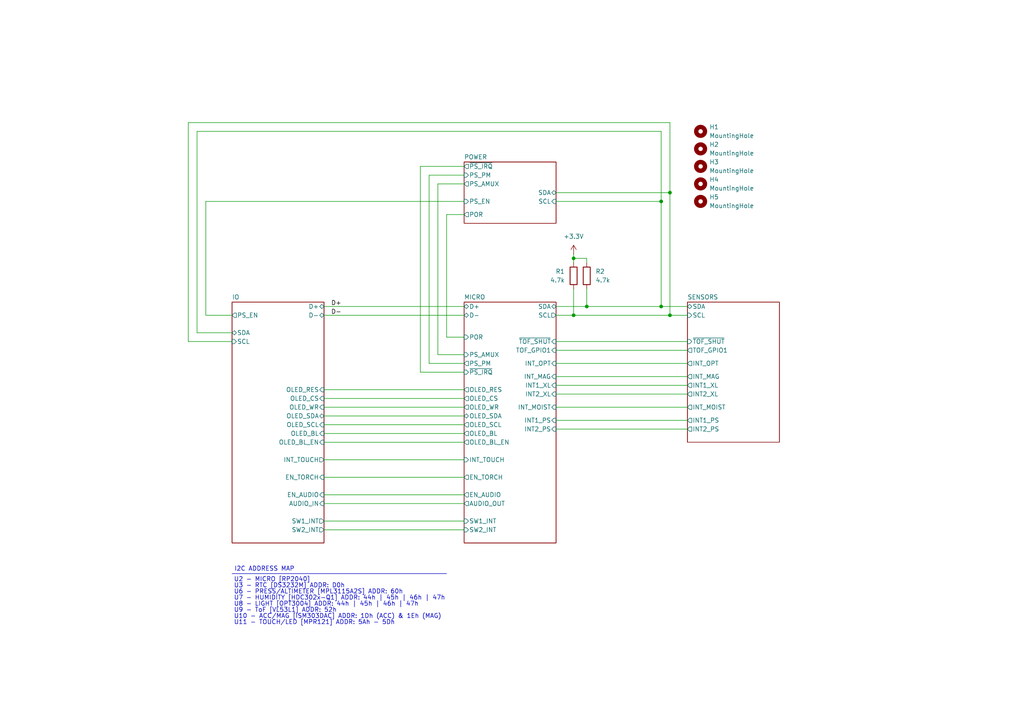
<source format=kicad_sch>
(kicad_sch (version 20231120) (generator "eeschema") (generator_version "8.0")
  (paper "A4")
  (title_block (title "CircuIT Card") (date "2024-05-21") (rev "01") (company "TuX's Design"))
  (lib_symbols
    (symbol "Device:R" (pin_numbers hide) (pin_names (offset 0))
      (property "Reference" "R" (at 2.032 0 90))
      (property "Value" "R" (at 0 0 90))
      (symbol "R_0_1"
        (rectangle (start -1.016 -2.54) (end 1.016 2.54) (stroke (width 0.254)))
      )
      (symbol "R_1_1"
        (pin passive line (at 0 3.81 270) (length 1.27) (name "~") (number "1"))
        (pin passive line (at 0 -3.81 90) (length 1.27) (name "~") (number "2"))
      )
    )
    (symbol "Mechanical:MountingHole" (pin_names (offset 1.016)) (exclude_from_sim yes) (in_bom no)
      (property "Reference" "H" (at 0 5.08 0))
      (property "Value" "MountingHole" (at 0 3.175 0))
      (symbol "MountingHole_0_1"
        (circle (center 0 0) (radius 1.27) (stroke (width 1.27)))
      )
    )
    (symbol "power:+3.3V" (power) (pin_numbers hide) (pin_names (offset 0) hide)
      (property "Value" "+3.3V" (at 0 3.556 0))
      (symbol "+3.3V_0_1"
        (polyline (pts (xy -0.762 1.27) (xy 0 2.54)))
        (polyline (pts (xy 0 0) (xy 0 2.54)))
        (polyline (pts (xy 0 2.54) (xy 0.762 1.27)))
      )
      (symbol "+3.3V_1_1"
        (pin power_in line (at 0 0 90) (length 0) (name "~") (number "1"))
      )
    )
  )
  (junction (at 166.37 91.44))
  (junction (at 191.77 88.9))
  (junction (at 194.31 55.88))
  (junction (at 194.31 91.44))
  (junction (at 166.37 74.93))
  (junction (at 170.18 88.9))
  (junction (at 191.77 58.42))
  (wire (pts (xy 59.69 58.42) (xy 134.62 58.42)))
  (wire (pts (xy 134.62 97.79) (xy 129.54 97.79)))
  (wire (pts (xy 161.29 58.42) (xy 191.77 58.42)))
  (wire (pts (xy 93.98 113.03) (xy 134.62 113.03)))
  (wire (pts (xy 166.37 91.44) (xy 194.31 91.44)))
  (wire (pts (xy 67.31 91.44) (xy 59.69 91.44)))
  (wire (pts (xy 57.15 38.1) (xy 191.77 38.1)))
  (polyline (pts (xy 67.31 166.37) (xy 129.54 166.37)))
  (wire (pts (xy 161.29 118.11) (xy 199.39 118.11)))
  (wire (pts (xy 121.92 48.26) (xy 121.92 107.95)))
  (wire (pts (xy 194.31 55.88) (xy 194.31 91.44)))
  (wire (pts (xy 93.98 151.13) (xy 134.62 151.13)))
  (wire (pts (xy 194.31 35.56) (xy 54.61 35.56)))
  (wire (pts (xy 161.29 99.06) (xy 199.39 99.06)))
  (wire (pts (xy 134.62 48.26) (xy 121.92 48.26)))
  (wire (pts (xy 124.46 105.41) (xy 134.62 105.41)))
  (wire (pts (xy 93.98 128.27) (xy 134.62 128.27)))
  (wire (pts (xy 191.77 38.1) (xy 191.77 58.42)))
  (wire (pts (xy 93.98 146.05) (xy 134.62 146.05)))
  (wire (pts (xy 161.29 121.92) (xy 199.39 121.92)))
  (wire (pts (xy 93.98 88.9) (xy 134.62 88.9)))
  (wire (pts (xy 93.98 143.51) (xy 134.62 143.51)))
  (wire (pts (xy 194.31 55.88) (xy 194.31 35.56)))
  (wire (pts (xy 127 53.34) (xy 127 102.87)))
  (wire (pts (xy 93.98 125.73) (xy 134.62 125.73)))
  (wire (pts (xy 134.62 53.34) (xy 127 53.34)))
  (wire (pts (xy 161.29 109.22) (xy 199.39 109.22)))
  (wire (pts (xy 93.98 120.65) (xy 134.62 120.65)))
  (wire (pts (xy 93.98 118.11) (xy 134.62 118.11)))
  (wire (pts (xy 161.29 55.88) (xy 194.31 55.88)))
  (wire (pts (xy 124.46 50.8) (xy 124.46 105.41)))
  (wire (pts (xy 93.98 91.44) (xy 134.62 91.44)))
  (wire (pts (xy 57.15 96.52) (xy 57.15 38.1)))
  (wire (pts (xy 93.98 138.43) (xy 134.62 138.43)))
  (wire (pts (xy 170.18 74.93) (xy 170.18 76.2)))
  (wire (pts (xy 127 102.87) (xy 134.62 102.87)))
  (wire (pts (xy 54.61 99.06) (xy 67.31 99.06)))
  (wire (pts (xy 54.61 35.56) (xy 54.61 99.06)))
  (wire (pts (xy 194.31 91.44) (xy 199.39 91.44)))
  (wire (pts (xy 170.18 88.9) (xy 191.77 88.9)))
  (wire (pts (xy 166.37 74.93) (xy 166.37 76.2)))
  (wire (pts (xy 166.37 83.82) (xy 166.37 91.44)))
  (wire (pts (xy 191.77 88.9) (xy 199.39 88.9)))
  (wire (pts (xy 121.92 107.95) (xy 134.62 107.95)))
  (wire (pts (xy 161.29 91.44) (xy 166.37 91.44)))
  (wire (pts (xy 59.69 91.44) (xy 59.69 58.42)))
  (wire (pts (xy 191.77 58.42) (xy 191.77 88.9)))
  (wire (pts (xy 93.98 123.19) (xy 134.62 123.19)))
  (wire (pts (xy 93.98 153.67) (xy 134.62 153.67)))
  (wire (pts (xy 161.29 105.41) (xy 199.39 105.41)))
  (wire (pts (xy 161.29 111.76) (xy 199.39 111.76)))
  (wire (pts (xy 67.31 96.52) (xy 57.15 96.52)))
  (wire (pts (xy 93.98 115.57) (xy 134.62 115.57)))
  (wire (pts (xy 129.54 62.23) (xy 134.62 62.23)))
  (wire (pts (xy 161.29 101.6) (xy 199.39 101.6)))
  (wire (pts (xy 161.29 88.9) (xy 170.18 88.9)))
  (wire (pts (xy 161.29 124.46) (xy 199.39 124.46)))
  (wire (pts (xy 134.62 50.8) (xy 124.46 50.8)))
  (wire (pts (xy 129.54 97.79) (xy 129.54 62.23)))
  (wire (pts (xy 93.98 133.35) (xy 134.62 133.35)))
  (wire (pts (xy 170.18 83.82) (xy 170.18 88.9)))
  (wire (pts (xy 166.37 73.66) (xy 166.37 74.93)))
  (wire (pts (xy 166.37 74.93) (xy 170.18 74.93)))
  (wire (pts (xy 161.29 114.3) (xy 199.39 114.3)))
  (text "U6 - PRESS/ALTIMETER [MPL3115A2S] ADDR: 60h" (at 67.818 171.704 0) (effects (font (size 1.27 1.27)) (justify left)))
  (text "U2 - MICRO [RP2040]\n" (at 67.818 168.148 0) (effects (font (size 1.27 1.27)) (justify left)))
  (text "U9 - ToF [VL53L1] ADDR: 52h" (at 67.818 177.038 0) (effects (font (size 1.27 1.27)) (justify left)))
  (text "U11 - TOUCH/LED [MPR121] ADDR: 5Ah - 5Dh" (at 67.818 180.594 0) (effects (font (size 1.27 1.27)) (justify left)))
  (text "U10 - ACC/MAG [ISM303DAC] ADDR: 1Dh (ACC) & 1Eh (MAG)\n" (at 67.818 178.816 0) (effects (font (size 1.27 1.27)) (justify left)))
  (text "I2C ADDRESS MAP" (at 76.708 165.1 0) (effects (font (size 1.27 1.27))))
  (text "U3 - RTC [DS3232M] ADDR: D0h" (at 67.818 169.926 0) (effects (font (size 1.27 1.27)) (justify left)))
  (text "U7 - HUMIDITY [HDC302x-Q1] ADDR: 44h | 45h | 46h | 47h" (at 67.818 173.482 0) (effects (font (size 1.27 1.27)) (justify left)))
  (text "U8 - LIGHT [OPT3004] ADDR: 44h | 45h | 46h | 47h" (at 67.818 175.26 0) (effects (font (size 1.27 1.27)) (justify left)))
  (label "D+" (at 99.06 88.9 180))
  (label "D-" (at 99.06 91.44 180))
  (symbol (lib_id "Mechanical:MountingHole") (at 203.2 43.18 0) (unit 1) (exclude_from_sim yes) (in_bom no)
    (property "Reference" "H2" (at 205.74 41.9099 0) (effects (justify left)))
    (property "Value" "MountingHole" (at 205.74 44.4499 0) (effects (justify left)))
    (property "Footprint" "MountingHole:MountingHole_2.2mm_M2_DIN965_Pad" (effects (hide yes)))
    (property "Description" "Mounting Hole without connection" (effects (hide yes)))
  )
  (symbol (lib_id "Mechanical:MountingHole") (at 203.2 53.34 0) (unit 1) (exclude_from_sim yes) (in_bom no)
    (property "Reference" "H4" (at 205.74 52.0699 0) (effects (justify left)))
    (property "Value" "MountingHole" (at 205.74 54.6099 0) (effects (justify left)))
    (property "Footprint" "MountingHole:MountingHole_2.2mm_M2_DIN965_Pad" (effects (hide yes)))
    (property "Description" "Mounting Hole without connection" (effects (hide yes)))
  )
  (symbol (lib_id "Device:R") (at 170.18 80.01 0) (unit 1)
    (property "Reference" "R2" (at 172.72 78.7399 0) (effects (justify left)))
    (property "Value" "4.7k" (at 172.72 81.2799 0) (effects (justify left)))
    (property "Footprint" "Resistor_SMD:R_0603_1608Metric" (effects (hide yes)))
    (property "Description" "Resistor" (effects (hide yes)))
  )
  (symbol (lib_id "power:+3.3V") (at 166.37 73.66 0) (unit 1)
    (property "Reference" "#PWR01" (effects (hide yes)))
    (property "Value" "+3.3V" (at 166.37 68.58 0))
    (property "Description" "Power symbol creates a global label with name \"+3.3V\"" (effects (hide yes)))
  )
  (symbol (lib_id "Device:R") (at 166.37 80.01 0) (unit 1)
    (property "Reference" "R1" (at 163.83 78.7399 0) (effects (justify right)))
    (property "Value" "4.7k" (at 163.83 81.2799 0) (effects (justify right)))
    (property "Footprint" "Resistor_SMD:R_0603_1608Metric" (effects (hide yes)))
    (property "Description" "Resistor" (effects (hide yes)))
  )
  (symbol (lib_id "Mechanical:MountingHole") (at 203.2 48.26 0) (unit 1) (exclude_from_sim yes) (in_bom no)
    (property "Reference" "H3" (at 205.74 46.9899 0) (effects (justify left)))
    (property "Value" "MountingHole" (at 205.74 49.5299 0) (effects (justify left)))
    (property "Footprint" "MountingHole:MountingHole_2.2mm_M2_DIN965_Pad" (effects (hide yes)))
    (property "Description" "Mounting Hole without connection" (effects (hide yes)))
  )
  (symbol (lib_id "Mechanical:MountingHole") (at 203.2 58.42 0) (unit 1) (exclude_from_sim yes) (in_bom no)
    (property "Reference" "H5" (at 205.74 57.1499 0) (effects (justify left)))
    (property "Value" "MountingHole" (at 205.74 59.6899 0) (effects (justify left)))
    (property "Footprint" "MountingHole:MountingHole_2.2mm_M2_DIN965_Pad" (effects (hide yes)))
    (property "Description" "Mounting Hole without connection" (effects (hide yes)))
  )
  (symbol (lib_id "Mechanical:MountingHole") (at 203.2 38.1 0) (unit 1) (exclude_from_sim yes) (in_bom no)
    (property "Reference" "H1" (at 205.74 36.8299 0) (effects (justify left)))
    (property "Value" "MountingHole" (at 205.74 39.3699 0) (effects (justify left)))
    (property "Footprint" "MountingHole:MountingHole_2.2mm_M2_DIN965_Pad" (effects (hide yes)))
    (property "Description" "Mounting Hole without connection" (effects (hide yes)))
  )
  (sheet (at 134.62 46.99) (size 26.67 17.78) (stroke (width 0.1524))
    (property "Sheetname" "POWER" (at 134.62 46.2784 0) (effects (justify left bottom)))
    (property "Sheetfile" "POWER.kicad_sch" (effects (hide yes)))
    (pin "SDA" bidirectional (at 161.29 55.88 0))
    (pin "SCL" input (at 161.29 58.42 0))
    (pin "PS_PM" input (at 134.62 50.8 180))
    (pin "~{PS_IRQ}" output (at 134.62 48.26 180))
    (pin "PS_EN" input (at 134.62 58.42 180))
    (pin "PS_AMUX" output (at 134.62 53.34 180))
    (pin "POR" output (at 134.62 62.23 180))
  )
  (sheet (at 199.39 87.63) (size 26.67 40.64) (stroke (width 0.1524))
    (property "Sheetname" "SENSORS" (at 199.39 86.9184 0) (effects (justify left bottom)))
    (property "Sheetfile" "SENSORS.kicad_sch" (effects (hide yes)))
    (pin "SCL" input (at 199.39 91.44 180))
    (pin "SDA" bidirectional (at 199.39 88.9 180))
    (pin "~{TOF_SHUT}" input (at 199.39 99.06 180))
    (pin "TOF_GPIO1" output (at 199.39 101.6 180))
    (pin "INT1_XL" output (at 199.39 111.76 180))
    (pin "INT_MAG" output (at 199.39 109.22 180))
    (pin "INT2_XL" output (at 199.39 114.3 180))
    (pin "INT_OPT" output (at 199.39 105.41 180))
    (pin "INT_MOIST" output (at 199.39 118.11 180))
    (pin "INT1_PS" output (at 199.39 121.92 180))
    (pin "INT2_PS" output (at 199.39 124.46 180))
  )
  (sheet (at 67.31 87.63) (size 26.67 69.85) (stroke (width 0.1524))
    (property "Sheetname" "IO" (at 67.31 86.9184 0) (effects (justify left bottom)))
    (property "Sheetfile" "io.kicad_sch" (effects (hide yes)))
    (pin "D+" bidirectional (at 93.98 88.9 0))
    (pin "D-" bidirectional (at 93.98 91.44 0))
    (pin "PS_EN" output (at 67.31 91.44 180))
    (pin "SCL" input (at 67.31 99.06 180))
    (pin "OLED_RES" input (at 93.98 113.03 0))
    (pin "OLED_CS" input (at 93.98 115.57 0))
    (pin "OLED_WR" input (at 93.98 118.11 0))
    (pin "SDA" bidirectional (at 67.31 96.52 180))
    (pin "INT_TOUCH" output (at 93.98 133.35 0))
    (pin "OLED_BL" input (at 93.98 125.73 0))
    (pin "OLED_BL_EN" input (at 93.98 128.27 0))
    (pin "EN_TORCH" input (at 93.98 138.43 0))
    (pin "EN_AUDIO" input (at 93.98 143.51 0))
    (pin "AUDIO_IN" input (at 93.98 146.05 0))
    (pin "SW1_INT" output (at 93.98 151.13 0))
    (pin "SW2_INT" output (at 93.98 153.67 0))
    (pin "OLED_SDA" bidirectional (at 93.98 120.65 0))
    (pin "OLED_SCL" input (at 93.98 123.19 0))
  )
  (sheet (at 134.62 87.63) (size 26.67 69.85) (stroke (width 0.1524))
    (property "Sheetname" "MICRO" (at 134.62 86.9184 0) (effects (justify left bottom)))
    (property "Sheetfile" "MICRO.kicad_sch" (effects (hide yes)))
    (pin "D-" bidirectional (at 134.62 91.44 180))
    (pin "D+" bidirectional (at 134.62 88.9 180))
    (pin "SDA" bidirectional (at 161.29 88.9 0))
    (pin "SCL" output (at 161.29 91.44 0))
    (pin "INT_MOIST" input (at 161.29 118.11 0))
    (pin "INT1_XL" input (at 161.29 111.76 0))
    (pin "INT2_XL" input (at 161.29 114.3 0))
    (pin "TOF_GPIO1" input (at 161.29 101.6 0))
    (pin "INT_OPT" input (at 161.29 105.41 0))
    (pin "INT_MAG" input (at 161.29 109.22 0))
    (pin "INT1_PS" input (at 161.29 121.92 0))
    (pin "INT2_PS" input (at 161.29 124.46 0))
    (pin "~{TOF_SHUT}" input (at 161.29 99.06 0))
    (pin "~{PS_IRQ}" input (at 134.62 107.95 180))
    (pin "PS_PM" output (at 134.62 105.41 180))
    (pin "PS_AMUX" input (at 134.62 102.87 180))
    (pin "OLED_WR" output (at 134.62 118.11 180))
    (pin "OLED_CS" output (at 134.62 115.57 180))
    (pin "OLED_RES" output (at 134.62 113.03 180))
    (pin "OLED_BL_EN" output (at 134.62 128.27 180))
    (pin "OLED_BL" output (at 134.62 125.73 180))
    (pin "INT_TOUCH" input (at 134.62 133.35 180))
    (pin "EN_TORCH" output (at 134.62 138.43 180))
    (pin "EN_AUDIO" output (at 134.62 143.51 180))
    (pin "AUDIO_OUT" output (at 134.62 146.05 180))
    (pin "SW2_INT" input (at 134.62 153.67 180))
    (pin "SW1_INT" input (at 134.62 151.13 180))
    (pin "OLED_SDA" bidirectional (at 134.62 120.65 180))
    (pin "OLED_SCL" output (at 134.62 123.19 180))
    (pin "POR" input (at 134.62 97.79 180))
  )
)
</source>
